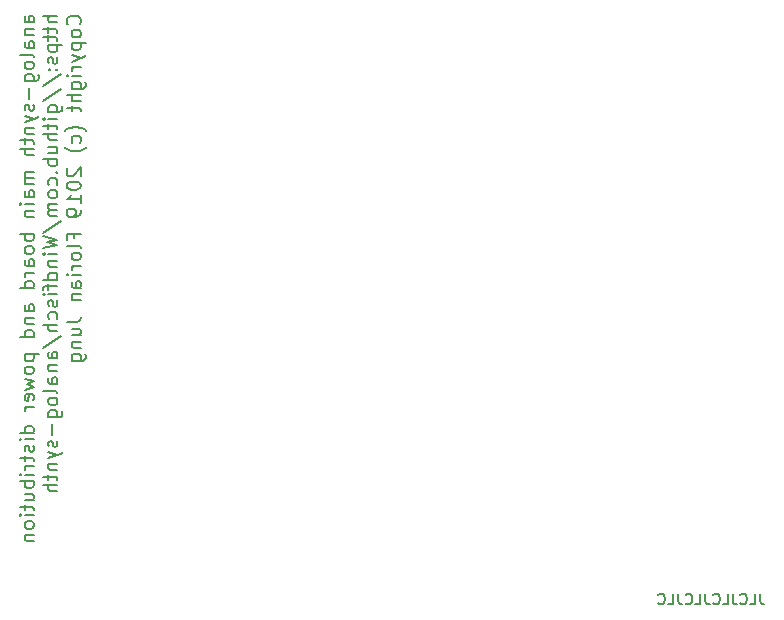
<source format=gbr>
G04 #@! TF.GenerationSoftware,KiCad,Pcbnew,5.1.4*
G04 #@! TF.CreationDate,2019-11-25T00:39:36+01:00*
G04 #@! TF.ProjectId,control_board_prototype,636f6e74-726f-46c5-9f62-6f6172645f70,rev?*
G04 #@! TF.SameCoordinates,Original*
G04 #@! TF.FileFunction,Legend,Bot*
G04 #@! TF.FilePolarity,Positive*
%FSLAX46Y46*%
G04 Gerber Fmt 4.6, Leading zero omitted, Abs format (unit mm)*
G04 Created by KiCad (PCBNEW 5.1.4) date 2019-11-25 00:39:36*
%MOMM*%
%LPD*%
G04 APERTURE LIST*
%ADD10C,0.160000*%
%ADD11C,0.190000*%
G04 APERTURE END LIST*
D10*
X260189142Y-82819142D02*
X260189142Y-83462000D01*
X260232000Y-83590571D01*
X260317714Y-83676285D01*
X260446285Y-83719142D01*
X260532000Y-83719142D01*
X259332000Y-83719142D02*
X259760571Y-83719142D01*
X259760571Y-82819142D01*
X258517714Y-83633428D02*
X258560571Y-83676285D01*
X258689142Y-83719142D01*
X258774857Y-83719142D01*
X258903428Y-83676285D01*
X258989142Y-83590571D01*
X259032000Y-83504857D01*
X259074857Y-83333428D01*
X259074857Y-83204857D01*
X259032000Y-83033428D01*
X258989142Y-82947714D01*
X258903428Y-82862000D01*
X258774857Y-82819142D01*
X258689142Y-82819142D01*
X258560571Y-82862000D01*
X258517714Y-82904857D01*
X257874857Y-82819142D02*
X257874857Y-83462000D01*
X257917714Y-83590571D01*
X258003428Y-83676285D01*
X258132000Y-83719142D01*
X258217714Y-83719142D01*
X257017714Y-83719142D02*
X257446285Y-83719142D01*
X257446285Y-82819142D01*
X256203428Y-83633428D02*
X256246285Y-83676285D01*
X256374857Y-83719142D01*
X256460571Y-83719142D01*
X256589142Y-83676285D01*
X256674857Y-83590571D01*
X256717714Y-83504857D01*
X256760571Y-83333428D01*
X256760571Y-83204857D01*
X256717714Y-83033428D01*
X256674857Y-82947714D01*
X256589142Y-82862000D01*
X256460571Y-82819142D01*
X256374857Y-82819142D01*
X256246285Y-82862000D01*
X256203428Y-82904857D01*
X255560571Y-82819142D02*
X255560571Y-83462000D01*
X255603428Y-83590571D01*
X255689142Y-83676285D01*
X255817714Y-83719142D01*
X255903428Y-83719142D01*
X254703428Y-83719142D02*
X255132000Y-83719142D01*
X255132000Y-82819142D01*
X253889142Y-83633428D02*
X253932000Y-83676285D01*
X254060571Y-83719142D01*
X254146285Y-83719142D01*
X254274857Y-83676285D01*
X254360571Y-83590571D01*
X254403428Y-83504857D01*
X254446285Y-83333428D01*
X254446285Y-83204857D01*
X254403428Y-83033428D01*
X254360571Y-82947714D01*
X254274857Y-82862000D01*
X254146285Y-82819142D01*
X254060571Y-82819142D01*
X253932000Y-82862000D01*
X253889142Y-82904857D01*
X253246285Y-82819142D02*
X253246285Y-83462000D01*
X253289142Y-83590571D01*
X253374857Y-83676285D01*
X253503428Y-83719142D01*
X253589142Y-83719142D01*
X252389142Y-83719142D02*
X252817714Y-83719142D01*
X252817714Y-82819142D01*
X251574857Y-83633428D02*
X251617714Y-83676285D01*
X251746285Y-83719142D01*
X251832000Y-83719142D01*
X251960571Y-83676285D01*
X252046285Y-83590571D01*
X252089142Y-83504857D01*
X252132000Y-83333428D01*
X252132000Y-83204857D01*
X252089142Y-83033428D01*
X252046285Y-82947714D01*
X251960571Y-82862000D01*
X251832000Y-82819142D01*
X251746285Y-82819142D01*
X251617714Y-82862000D01*
X251574857Y-82904857D01*
D11*
X198704857Y-34451500D02*
X198076285Y-34451500D01*
X197962000Y-34394357D01*
X197904857Y-34280071D01*
X197904857Y-34051500D01*
X197962000Y-33937214D01*
X198647714Y-34451500D02*
X198704857Y-34337214D01*
X198704857Y-34051500D01*
X198647714Y-33937214D01*
X198533428Y-33880071D01*
X198419142Y-33880071D01*
X198304857Y-33937214D01*
X198247714Y-34051500D01*
X198247714Y-34337214D01*
X198190571Y-34451500D01*
X197904857Y-35022928D02*
X198704857Y-35022928D01*
X198019142Y-35022928D02*
X197962000Y-35080071D01*
X197904857Y-35194357D01*
X197904857Y-35365785D01*
X197962000Y-35480071D01*
X198076285Y-35537214D01*
X198704857Y-35537214D01*
X198704857Y-36622928D02*
X198076285Y-36622928D01*
X197962000Y-36565785D01*
X197904857Y-36451500D01*
X197904857Y-36222928D01*
X197962000Y-36108642D01*
X198647714Y-36622928D02*
X198704857Y-36508642D01*
X198704857Y-36222928D01*
X198647714Y-36108642D01*
X198533428Y-36051500D01*
X198419142Y-36051500D01*
X198304857Y-36108642D01*
X198247714Y-36222928D01*
X198247714Y-36508642D01*
X198190571Y-36622928D01*
X198704857Y-37365785D02*
X198647714Y-37251500D01*
X198533428Y-37194357D01*
X197504857Y-37194357D01*
X198704857Y-37994357D02*
X198647714Y-37880071D01*
X198590571Y-37822928D01*
X198476285Y-37765785D01*
X198133428Y-37765785D01*
X198019142Y-37822928D01*
X197962000Y-37880071D01*
X197904857Y-37994357D01*
X197904857Y-38165785D01*
X197962000Y-38280071D01*
X198019142Y-38337214D01*
X198133428Y-38394357D01*
X198476285Y-38394357D01*
X198590571Y-38337214D01*
X198647714Y-38280071D01*
X198704857Y-38165785D01*
X198704857Y-37994357D01*
X197904857Y-39422928D02*
X198876285Y-39422928D01*
X198990571Y-39365785D01*
X199047714Y-39308642D01*
X199104857Y-39194357D01*
X199104857Y-39022928D01*
X199047714Y-38908642D01*
X198647714Y-39422928D02*
X198704857Y-39308642D01*
X198704857Y-39080071D01*
X198647714Y-38965785D01*
X198590571Y-38908642D01*
X198476285Y-38851499D01*
X198133428Y-38851499D01*
X198019142Y-38908642D01*
X197962000Y-38965785D01*
X197904857Y-39080071D01*
X197904857Y-39308642D01*
X197962000Y-39422928D01*
X198247714Y-39994357D02*
X198247714Y-40908642D01*
X198647714Y-41422928D02*
X198704857Y-41537214D01*
X198704857Y-41765785D01*
X198647714Y-41880071D01*
X198533428Y-41937214D01*
X198476285Y-41937214D01*
X198362000Y-41880071D01*
X198304857Y-41765785D01*
X198304857Y-41594357D01*
X198247714Y-41480071D01*
X198133428Y-41422928D01*
X198076285Y-41422928D01*
X197962000Y-41480071D01*
X197904857Y-41594357D01*
X197904857Y-41765785D01*
X197962000Y-41880071D01*
X197904857Y-42337214D02*
X198704857Y-42622928D01*
X197904857Y-42908642D02*
X198704857Y-42622928D01*
X198990571Y-42508642D01*
X199047714Y-42451499D01*
X199104857Y-42337214D01*
X197904857Y-43365785D02*
X198704857Y-43365785D01*
X198019142Y-43365785D02*
X197962000Y-43422928D01*
X197904857Y-43537214D01*
X197904857Y-43708642D01*
X197962000Y-43822928D01*
X198076285Y-43880071D01*
X198704857Y-43880071D01*
X197904857Y-44280071D02*
X197904857Y-44737214D01*
X197504857Y-44451499D02*
X198533428Y-44451499D01*
X198647714Y-44508642D01*
X198704857Y-44622928D01*
X198704857Y-44737214D01*
X198704857Y-45137214D02*
X197504857Y-45137214D01*
X198704857Y-45651499D02*
X198076285Y-45651499D01*
X197962000Y-45594357D01*
X197904857Y-45480071D01*
X197904857Y-45308642D01*
X197962000Y-45194357D01*
X198019142Y-45137214D01*
X198704857Y-47137214D02*
X197904857Y-47137214D01*
X198019142Y-47137214D02*
X197962000Y-47194357D01*
X197904857Y-47308642D01*
X197904857Y-47480071D01*
X197962000Y-47594357D01*
X198076285Y-47651499D01*
X198704857Y-47651499D01*
X198076285Y-47651499D02*
X197962000Y-47708642D01*
X197904857Y-47822928D01*
X197904857Y-47994357D01*
X197962000Y-48108642D01*
X198076285Y-48165785D01*
X198704857Y-48165785D01*
X198704857Y-49251499D02*
X198076285Y-49251499D01*
X197962000Y-49194357D01*
X197904857Y-49080071D01*
X197904857Y-48851499D01*
X197962000Y-48737214D01*
X198647714Y-49251499D02*
X198704857Y-49137214D01*
X198704857Y-48851499D01*
X198647714Y-48737214D01*
X198533428Y-48680071D01*
X198419142Y-48680071D01*
X198304857Y-48737214D01*
X198247714Y-48851499D01*
X198247714Y-49137214D01*
X198190571Y-49251499D01*
X198704857Y-49822928D02*
X197904857Y-49822928D01*
X197504857Y-49822928D02*
X197562000Y-49765785D01*
X197619142Y-49822928D01*
X197562000Y-49880071D01*
X197504857Y-49822928D01*
X197619142Y-49822928D01*
X197904857Y-50394357D02*
X198704857Y-50394357D01*
X198019142Y-50394357D02*
X197962000Y-50451499D01*
X197904857Y-50565785D01*
X197904857Y-50737214D01*
X197962000Y-50851499D01*
X198076285Y-50908642D01*
X198704857Y-50908642D01*
X198704857Y-52394357D02*
X197504857Y-52394357D01*
X197962000Y-52394357D02*
X197904857Y-52508642D01*
X197904857Y-52737214D01*
X197962000Y-52851499D01*
X198019142Y-52908642D01*
X198133428Y-52965785D01*
X198476285Y-52965785D01*
X198590571Y-52908642D01*
X198647714Y-52851499D01*
X198704857Y-52737214D01*
X198704857Y-52508642D01*
X198647714Y-52394357D01*
X198704857Y-53651499D02*
X198647714Y-53537214D01*
X198590571Y-53480071D01*
X198476285Y-53422928D01*
X198133428Y-53422928D01*
X198019142Y-53480071D01*
X197962000Y-53537214D01*
X197904857Y-53651499D01*
X197904857Y-53822928D01*
X197962000Y-53937214D01*
X198019142Y-53994357D01*
X198133428Y-54051499D01*
X198476285Y-54051499D01*
X198590571Y-53994357D01*
X198647714Y-53937214D01*
X198704857Y-53822928D01*
X198704857Y-53651499D01*
X198704857Y-55080071D02*
X198076285Y-55080071D01*
X197962000Y-55022928D01*
X197904857Y-54908642D01*
X197904857Y-54680071D01*
X197962000Y-54565785D01*
X198647714Y-55080071D02*
X198704857Y-54965785D01*
X198704857Y-54680071D01*
X198647714Y-54565785D01*
X198533428Y-54508642D01*
X198419142Y-54508642D01*
X198304857Y-54565785D01*
X198247714Y-54680071D01*
X198247714Y-54965785D01*
X198190571Y-55080071D01*
X198704857Y-55651500D02*
X197904857Y-55651500D01*
X198133428Y-55651500D02*
X198019142Y-55708642D01*
X197962000Y-55765785D01*
X197904857Y-55880071D01*
X197904857Y-55994357D01*
X198704857Y-56908642D02*
X197504857Y-56908642D01*
X198647714Y-56908642D02*
X198704857Y-56794357D01*
X198704857Y-56565785D01*
X198647714Y-56451499D01*
X198590571Y-56394357D01*
X198476285Y-56337214D01*
X198133428Y-56337214D01*
X198019142Y-56394357D01*
X197962000Y-56451499D01*
X197904857Y-56565785D01*
X197904857Y-56794357D01*
X197962000Y-56908642D01*
X198704857Y-58908642D02*
X198076285Y-58908642D01*
X197962000Y-58851499D01*
X197904857Y-58737214D01*
X197904857Y-58508642D01*
X197962000Y-58394357D01*
X198647714Y-58908642D02*
X198704857Y-58794357D01*
X198704857Y-58508642D01*
X198647714Y-58394357D01*
X198533428Y-58337214D01*
X198419142Y-58337214D01*
X198304857Y-58394357D01*
X198247714Y-58508642D01*
X198247714Y-58794357D01*
X198190571Y-58908642D01*
X197904857Y-59480071D02*
X198704857Y-59480071D01*
X198019142Y-59480071D02*
X197962000Y-59537214D01*
X197904857Y-59651500D01*
X197904857Y-59822928D01*
X197962000Y-59937214D01*
X198076285Y-59994357D01*
X198704857Y-59994357D01*
X198704857Y-61080071D02*
X197504857Y-61080071D01*
X198647714Y-61080071D02*
X198704857Y-60965785D01*
X198704857Y-60737214D01*
X198647714Y-60622928D01*
X198590571Y-60565785D01*
X198476285Y-60508642D01*
X198133428Y-60508642D01*
X198019142Y-60565785D01*
X197962000Y-60622928D01*
X197904857Y-60737214D01*
X197904857Y-60965785D01*
X197962000Y-61080071D01*
X197904857Y-62565785D02*
X199104857Y-62565785D01*
X197962000Y-62565785D02*
X197904857Y-62680071D01*
X197904857Y-62908642D01*
X197962000Y-63022928D01*
X198019142Y-63080071D01*
X198133428Y-63137214D01*
X198476285Y-63137214D01*
X198590571Y-63080071D01*
X198647714Y-63022928D01*
X198704857Y-62908642D01*
X198704857Y-62680071D01*
X198647714Y-62565785D01*
X198704857Y-63822928D02*
X198647714Y-63708642D01*
X198590571Y-63651500D01*
X198476285Y-63594357D01*
X198133428Y-63594357D01*
X198019142Y-63651500D01*
X197962000Y-63708642D01*
X197904857Y-63822928D01*
X197904857Y-63994357D01*
X197962000Y-64108642D01*
X198019142Y-64165785D01*
X198133428Y-64222928D01*
X198476285Y-64222928D01*
X198590571Y-64165785D01*
X198647714Y-64108642D01*
X198704857Y-63994357D01*
X198704857Y-63822928D01*
X197904857Y-64622928D02*
X198704857Y-64851500D01*
X198133428Y-65080071D01*
X198704857Y-65308642D01*
X197904857Y-65537214D01*
X198647714Y-66451500D02*
X198704857Y-66337214D01*
X198704857Y-66108642D01*
X198647714Y-65994357D01*
X198533428Y-65937214D01*
X198076285Y-65937214D01*
X197962000Y-65994357D01*
X197904857Y-66108642D01*
X197904857Y-66337214D01*
X197962000Y-66451500D01*
X198076285Y-66508642D01*
X198190571Y-66508642D01*
X198304857Y-65937214D01*
X198704857Y-67022928D02*
X197904857Y-67022928D01*
X198133428Y-67022928D02*
X198019142Y-67080071D01*
X197962000Y-67137214D01*
X197904857Y-67251500D01*
X197904857Y-67365785D01*
X198704857Y-69194357D02*
X197504857Y-69194357D01*
X198647714Y-69194357D02*
X198704857Y-69080071D01*
X198704857Y-68851500D01*
X198647714Y-68737214D01*
X198590571Y-68680071D01*
X198476285Y-68622928D01*
X198133428Y-68622928D01*
X198019142Y-68680071D01*
X197962000Y-68737214D01*
X197904857Y-68851500D01*
X197904857Y-69080071D01*
X197962000Y-69194357D01*
X198704857Y-69765785D02*
X197904857Y-69765785D01*
X197504857Y-69765785D02*
X197562000Y-69708642D01*
X197619142Y-69765785D01*
X197562000Y-69822928D01*
X197504857Y-69765785D01*
X197619142Y-69765785D01*
X198647714Y-70280071D02*
X198704857Y-70394357D01*
X198704857Y-70622928D01*
X198647714Y-70737214D01*
X198533428Y-70794357D01*
X198476285Y-70794357D01*
X198362000Y-70737214D01*
X198304857Y-70622928D01*
X198304857Y-70451500D01*
X198247714Y-70337214D01*
X198133428Y-70280071D01*
X198076285Y-70280071D01*
X197962000Y-70337214D01*
X197904857Y-70451500D01*
X197904857Y-70622928D01*
X197962000Y-70737214D01*
X197904857Y-71137214D02*
X197904857Y-71594357D01*
X197504857Y-71308642D02*
X198533428Y-71308642D01*
X198647714Y-71365785D01*
X198704857Y-71480071D01*
X198704857Y-71594357D01*
X198704857Y-71994357D02*
X197904857Y-71994357D01*
X198133428Y-71994357D02*
X198019142Y-72051500D01*
X197962000Y-72108642D01*
X197904857Y-72222928D01*
X197904857Y-72337214D01*
X198704857Y-72737214D02*
X197904857Y-72737214D01*
X197504857Y-72737214D02*
X197562000Y-72680071D01*
X197619142Y-72737214D01*
X197562000Y-72794357D01*
X197504857Y-72737214D01*
X197619142Y-72737214D01*
X198704857Y-73308642D02*
X197504857Y-73308642D01*
X197962000Y-73308642D02*
X197904857Y-73422928D01*
X197904857Y-73651500D01*
X197962000Y-73765785D01*
X198019142Y-73822928D01*
X198133428Y-73880071D01*
X198476285Y-73880071D01*
X198590571Y-73822928D01*
X198647714Y-73765785D01*
X198704857Y-73651500D01*
X198704857Y-73422928D01*
X198647714Y-73308642D01*
X197904857Y-74908642D02*
X198704857Y-74908642D01*
X197904857Y-74394357D02*
X198533428Y-74394357D01*
X198647714Y-74451500D01*
X198704857Y-74565785D01*
X198704857Y-74737214D01*
X198647714Y-74851500D01*
X198590571Y-74908642D01*
X197904857Y-75308642D02*
X197904857Y-75765785D01*
X197504857Y-75480071D02*
X198533428Y-75480071D01*
X198647714Y-75537214D01*
X198704857Y-75651500D01*
X198704857Y-75765785D01*
X198704857Y-76165785D02*
X197904857Y-76165785D01*
X197504857Y-76165785D02*
X197562000Y-76108642D01*
X197619142Y-76165785D01*
X197562000Y-76222928D01*
X197504857Y-76165785D01*
X197619142Y-76165785D01*
X198704857Y-76908642D02*
X198647714Y-76794357D01*
X198590571Y-76737214D01*
X198476285Y-76680071D01*
X198133428Y-76680071D01*
X198019142Y-76737214D01*
X197962000Y-76794357D01*
X197904857Y-76908642D01*
X197904857Y-77080071D01*
X197962000Y-77194357D01*
X198019142Y-77251500D01*
X198133428Y-77308642D01*
X198476285Y-77308642D01*
X198590571Y-77251500D01*
X198647714Y-77194357D01*
X198704857Y-77080071D01*
X198704857Y-76908642D01*
X197904857Y-77822928D02*
X198704857Y-77822928D01*
X198019142Y-77822928D02*
X197962000Y-77880071D01*
X197904857Y-77994357D01*
X197904857Y-78165785D01*
X197962000Y-78280071D01*
X198076285Y-78337214D01*
X198704857Y-78337214D01*
X200694857Y-33937214D02*
X199494857Y-33937214D01*
X200694857Y-34451500D02*
X200066285Y-34451500D01*
X199952000Y-34394357D01*
X199894857Y-34280071D01*
X199894857Y-34108642D01*
X199952000Y-33994357D01*
X200009142Y-33937214D01*
X199894857Y-34851500D02*
X199894857Y-35308642D01*
X199494857Y-35022928D02*
X200523428Y-35022928D01*
X200637714Y-35080071D01*
X200694857Y-35194357D01*
X200694857Y-35308642D01*
X199894857Y-35537214D02*
X199894857Y-35994357D01*
X199494857Y-35708642D02*
X200523428Y-35708642D01*
X200637714Y-35765785D01*
X200694857Y-35880071D01*
X200694857Y-35994357D01*
X199894857Y-36394357D02*
X201094857Y-36394357D01*
X199952000Y-36394357D02*
X199894857Y-36508642D01*
X199894857Y-36737214D01*
X199952000Y-36851499D01*
X200009142Y-36908642D01*
X200123428Y-36965785D01*
X200466285Y-36965785D01*
X200580571Y-36908642D01*
X200637714Y-36851499D01*
X200694857Y-36737214D01*
X200694857Y-36508642D01*
X200637714Y-36394357D01*
X200637714Y-37422928D02*
X200694857Y-37537214D01*
X200694857Y-37765785D01*
X200637714Y-37880071D01*
X200523428Y-37937214D01*
X200466285Y-37937214D01*
X200352000Y-37880071D01*
X200294857Y-37765785D01*
X200294857Y-37594357D01*
X200237714Y-37480071D01*
X200123428Y-37422928D01*
X200066285Y-37422928D01*
X199952000Y-37480071D01*
X199894857Y-37594357D01*
X199894857Y-37765785D01*
X199952000Y-37880071D01*
X200580571Y-38451499D02*
X200637714Y-38508642D01*
X200694857Y-38451499D01*
X200637714Y-38394357D01*
X200580571Y-38451499D01*
X200694857Y-38451499D01*
X199952000Y-38451499D02*
X200009142Y-38508642D01*
X200066285Y-38451499D01*
X200009142Y-38394357D01*
X199952000Y-38451499D01*
X200066285Y-38451499D01*
X199437714Y-39880071D02*
X200980571Y-38851500D01*
X199437714Y-41137214D02*
X200980571Y-40108642D01*
X199894857Y-42051500D02*
X200866285Y-42051500D01*
X200980571Y-41994357D01*
X201037714Y-41937214D01*
X201094857Y-41822928D01*
X201094857Y-41651500D01*
X201037714Y-41537214D01*
X200637714Y-42051500D02*
X200694857Y-41937214D01*
X200694857Y-41708642D01*
X200637714Y-41594357D01*
X200580571Y-41537214D01*
X200466285Y-41480071D01*
X200123428Y-41480071D01*
X200009142Y-41537214D01*
X199952000Y-41594357D01*
X199894857Y-41708642D01*
X199894857Y-41937214D01*
X199952000Y-42051500D01*
X200694857Y-42622928D02*
X199894857Y-42622928D01*
X199494857Y-42622928D02*
X199552000Y-42565785D01*
X199609142Y-42622928D01*
X199552000Y-42680071D01*
X199494857Y-42622928D01*
X199609142Y-42622928D01*
X199894857Y-43022928D02*
X199894857Y-43480071D01*
X199494857Y-43194357D02*
X200523428Y-43194357D01*
X200637714Y-43251500D01*
X200694857Y-43365785D01*
X200694857Y-43480071D01*
X200694857Y-43880071D02*
X199494857Y-43880071D01*
X200694857Y-44394357D02*
X200066285Y-44394357D01*
X199952000Y-44337214D01*
X199894857Y-44222928D01*
X199894857Y-44051500D01*
X199952000Y-43937214D01*
X200009142Y-43880071D01*
X199894857Y-45480071D02*
X200694857Y-45480071D01*
X199894857Y-44965785D02*
X200523428Y-44965785D01*
X200637714Y-45022928D01*
X200694857Y-45137214D01*
X200694857Y-45308642D01*
X200637714Y-45422928D01*
X200580571Y-45480071D01*
X200694857Y-46051500D02*
X199494857Y-46051500D01*
X199952000Y-46051500D02*
X199894857Y-46165785D01*
X199894857Y-46394357D01*
X199952000Y-46508642D01*
X200009142Y-46565785D01*
X200123428Y-46622928D01*
X200466285Y-46622928D01*
X200580571Y-46565785D01*
X200637714Y-46508642D01*
X200694857Y-46394357D01*
X200694857Y-46165785D01*
X200637714Y-46051500D01*
X200580571Y-47137214D02*
X200637714Y-47194357D01*
X200694857Y-47137214D01*
X200637714Y-47080071D01*
X200580571Y-47137214D01*
X200694857Y-47137214D01*
X200637714Y-48222928D02*
X200694857Y-48108642D01*
X200694857Y-47880071D01*
X200637714Y-47765785D01*
X200580571Y-47708642D01*
X200466285Y-47651500D01*
X200123428Y-47651500D01*
X200009142Y-47708642D01*
X199952000Y-47765785D01*
X199894857Y-47880071D01*
X199894857Y-48108642D01*
X199952000Y-48222928D01*
X200694857Y-48908642D02*
X200637714Y-48794357D01*
X200580571Y-48737214D01*
X200466285Y-48680071D01*
X200123428Y-48680071D01*
X200009142Y-48737214D01*
X199952000Y-48794357D01*
X199894857Y-48908642D01*
X199894857Y-49080071D01*
X199952000Y-49194357D01*
X200009142Y-49251500D01*
X200123428Y-49308642D01*
X200466285Y-49308642D01*
X200580571Y-49251500D01*
X200637714Y-49194357D01*
X200694857Y-49080071D01*
X200694857Y-48908642D01*
X200694857Y-49822928D02*
X199894857Y-49822928D01*
X200009142Y-49822928D02*
X199952000Y-49880071D01*
X199894857Y-49994357D01*
X199894857Y-50165785D01*
X199952000Y-50280071D01*
X200066285Y-50337214D01*
X200694857Y-50337214D01*
X200066285Y-50337214D02*
X199952000Y-50394357D01*
X199894857Y-50508642D01*
X199894857Y-50680071D01*
X199952000Y-50794357D01*
X200066285Y-50851500D01*
X200694857Y-50851500D01*
X199437714Y-52280071D02*
X200980571Y-51251500D01*
X199494857Y-52565785D02*
X200694857Y-52851500D01*
X199837714Y-53080071D01*
X200694857Y-53308642D01*
X199494857Y-53594357D01*
X200694857Y-54051500D02*
X199894857Y-54051500D01*
X199494857Y-54051500D02*
X199552000Y-53994357D01*
X199609142Y-54051500D01*
X199552000Y-54108642D01*
X199494857Y-54051500D01*
X199609142Y-54051500D01*
X199894857Y-54622928D02*
X200694857Y-54622928D01*
X200009142Y-54622928D02*
X199952000Y-54680071D01*
X199894857Y-54794357D01*
X199894857Y-54965785D01*
X199952000Y-55080071D01*
X200066285Y-55137214D01*
X200694857Y-55137214D01*
X200694857Y-56222928D02*
X199494857Y-56222928D01*
X200637714Y-56222928D02*
X200694857Y-56108642D01*
X200694857Y-55880071D01*
X200637714Y-55765785D01*
X200580571Y-55708642D01*
X200466285Y-55651500D01*
X200123428Y-55651500D01*
X200009142Y-55708642D01*
X199952000Y-55765785D01*
X199894857Y-55880071D01*
X199894857Y-56108642D01*
X199952000Y-56222928D01*
X199894857Y-56622928D02*
X199894857Y-57080071D01*
X200694857Y-56794357D02*
X199666285Y-56794357D01*
X199552000Y-56851500D01*
X199494857Y-56965785D01*
X199494857Y-57080071D01*
X200694857Y-57480071D02*
X199894857Y-57480071D01*
X199494857Y-57480071D02*
X199552000Y-57422928D01*
X199609142Y-57480071D01*
X199552000Y-57537214D01*
X199494857Y-57480071D01*
X199609142Y-57480071D01*
X200637714Y-57994357D02*
X200694857Y-58108642D01*
X200694857Y-58337214D01*
X200637714Y-58451500D01*
X200523428Y-58508642D01*
X200466285Y-58508642D01*
X200352000Y-58451500D01*
X200294857Y-58337214D01*
X200294857Y-58165785D01*
X200237714Y-58051500D01*
X200123428Y-57994357D01*
X200066285Y-57994357D01*
X199952000Y-58051500D01*
X199894857Y-58165785D01*
X199894857Y-58337214D01*
X199952000Y-58451500D01*
X200637714Y-59537214D02*
X200694857Y-59422928D01*
X200694857Y-59194357D01*
X200637714Y-59080071D01*
X200580571Y-59022928D01*
X200466285Y-58965785D01*
X200123428Y-58965785D01*
X200009142Y-59022928D01*
X199952000Y-59080071D01*
X199894857Y-59194357D01*
X199894857Y-59422928D01*
X199952000Y-59537214D01*
X200694857Y-60051500D02*
X199494857Y-60051500D01*
X200694857Y-60565785D02*
X200066285Y-60565785D01*
X199952000Y-60508642D01*
X199894857Y-60394357D01*
X199894857Y-60222928D01*
X199952000Y-60108642D01*
X200009142Y-60051500D01*
X199437714Y-61994357D02*
X200980571Y-60965785D01*
X200694857Y-62908642D02*
X200066285Y-62908642D01*
X199952000Y-62851500D01*
X199894857Y-62737214D01*
X199894857Y-62508642D01*
X199952000Y-62394357D01*
X200637714Y-62908642D02*
X200694857Y-62794357D01*
X200694857Y-62508642D01*
X200637714Y-62394357D01*
X200523428Y-62337214D01*
X200409142Y-62337214D01*
X200294857Y-62394357D01*
X200237714Y-62508642D01*
X200237714Y-62794357D01*
X200180571Y-62908642D01*
X199894857Y-63480071D02*
X200694857Y-63480071D01*
X200009142Y-63480071D02*
X199952000Y-63537214D01*
X199894857Y-63651500D01*
X199894857Y-63822928D01*
X199952000Y-63937214D01*
X200066285Y-63994357D01*
X200694857Y-63994357D01*
X200694857Y-65080071D02*
X200066285Y-65080071D01*
X199952000Y-65022928D01*
X199894857Y-64908642D01*
X199894857Y-64680071D01*
X199952000Y-64565785D01*
X200637714Y-65080071D02*
X200694857Y-64965785D01*
X200694857Y-64680071D01*
X200637714Y-64565785D01*
X200523428Y-64508642D01*
X200409142Y-64508642D01*
X200294857Y-64565785D01*
X200237714Y-64680071D01*
X200237714Y-64965785D01*
X200180571Y-65080071D01*
X200694857Y-65822928D02*
X200637714Y-65708642D01*
X200523428Y-65651500D01*
X199494857Y-65651500D01*
X200694857Y-66451500D02*
X200637714Y-66337214D01*
X200580571Y-66280071D01*
X200466285Y-66222928D01*
X200123428Y-66222928D01*
X200009142Y-66280071D01*
X199952000Y-66337214D01*
X199894857Y-66451500D01*
X199894857Y-66622928D01*
X199952000Y-66737214D01*
X200009142Y-66794357D01*
X200123428Y-66851500D01*
X200466285Y-66851500D01*
X200580571Y-66794357D01*
X200637714Y-66737214D01*
X200694857Y-66622928D01*
X200694857Y-66451500D01*
X199894857Y-67880071D02*
X200866285Y-67880071D01*
X200980571Y-67822928D01*
X201037714Y-67765785D01*
X201094857Y-67651500D01*
X201094857Y-67480071D01*
X201037714Y-67365785D01*
X200637714Y-67880071D02*
X200694857Y-67765785D01*
X200694857Y-67537214D01*
X200637714Y-67422928D01*
X200580571Y-67365785D01*
X200466285Y-67308642D01*
X200123428Y-67308642D01*
X200009142Y-67365785D01*
X199952000Y-67422928D01*
X199894857Y-67537214D01*
X199894857Y-67765785D01*
X199952000Y-67880071D01*
X200237714Y-68451500D02*
X200237714Y-69365785D01*
X200637714Y-69880071D02*
X200694857Y-69994357D01*
X200694857Y-70222928D01*
X200637714Y-70337214D01*
X200523428Y-70394357D01*
X200466285Y-70394357D01*
X200352000Y-70337214D01*
X200294857Y-70222928D01*
X200294857Y-70051500D01*
X200237714Y-69937214D01*
X200123428Y-69880071D01*
X200066285Y-69880071D01*
X199952000Y-69937214D01*
X199894857Y-70051500D01*
X199894857Y-70222928D01*
X199952000Y-70337214D01*
X199894857Y-70794357D02*
X200694857Y-71080071D01*
X199894857Y-71365785D02*
X200694857Y-71080071D01*
X200980571Y-70965785D01*
X201037714Y-70908642D01*
X201094857Y-70794357D01*
X199894857Y-71822928D02*
X200694857Y-71822928D01*
X200009142Y-71822928D02*
X199952000Y-71880071D01*
X199894857Y-71994357D01*
X199894857Y-72165785D01*
X199952000Y-72280071D01*
X200066285Y-72337214D01*
X200694857Y-72337214D01*
X199894857Y-72737214D02*
X199894857Y-73194357D01*
X199494857Y-72908642D02*
X200523428Y-72908642D01*
X200637714Y-72965785D01*
X200694857Y-73080071D01*
X200694857Y-73194357D01*
X200694857Y-73594357D02*
X199494857Y-73594357D01*
X200694857Y-74108642D02*
X200066285Y-74108642D01*
X199952000Y-74051500D01*
X199894857Y-73937214D01*
X199894857Y-73765785D01*
X199952000Y-73651500D01*
X200009142Y-73594357D01*
X202570571Y-34622928D02*
X202627714Y-34565785D01*
X202684857Y-34394357D01*
X202684857Y-34280071D01*
X202627714Y-34108642D01*
X202513428Y-33994357D01*
X202399142Y-33937214D01*
X202170571Y-33880071D01*
X201999142Y-33880071D01*
X201770571Y-33937214D01*
X201656285Y-33994357D01*
X201542000Y-34108642D01*
X201484857Y-34280071D01*
X201484857Y-34394357D01*
X201542000Y-34565785D01*
X201599142Y-34622928D01*
X202684857Y-35308642D02*
X202627714Y-35194357D01*
X202570571Y-35137214D01*
X202456285Y-35080071D01*
X202113428Y-35080071D01*
X201999142Y-35137214D01*
X201942000Y-35194357D01*
X201884857Y-35308642D01*
X201884857Y-35480071D01*
X201942000Y-35594357D01*
X201999142Y-35651500D01*
X202113428Y-35708642D01*
X202456285Y-35708642D01*
X202570571Y-35651500D01*
X202627714Y-35594357D01*
X202684857Y-35480071D01*
X202684857Y-35308642D01*
X201884857Y-36222928D02*
X203084857Y-36222928D01*
X201942000Y-36222928D02*
X201884857Y-36337214D01*
X201884857Y-36565785D01*
X201942000Y-36680071D01*
X201999142Y-36737214D01*
X202113428Y-36794357D01*
X202456285Y-36794357D01*
X202570571Y-36737214D01*
X202627714Y-36680071D01*
X202684857Y-36565785D01*
X202684857Y-36337214D01*
X202627714Y-36222928D01*
X201884857Y-37194357D02*
X202684857Y-37480071D01*
X201884857Y-37765785D02*
X202684857Y-37480071D01*
X202970571Y-37365785D01*
X203027714Y-37308642D01*
X203084857Y-37194357D01*
X202684857Y-38222928D02*
X201884857Y-38222928D01*
X202113428Y-38222928D02*
X201999142Y-38280071D01*
X201942000Y-38337214D01*
X201884857Y-38451500D01*
X201884857Y-38565785D01*
X202684857Y-38965785D02*
X201884857Y-38965785D01*
X201484857Y-38965785D02*
X201542000Y-38908642D01*
X201599142Y-38965785D01*
X201542000Y-39022928D01*
X201484857Y-38965785D01*
X201599142Y-38965785D01*
X201884857Y-40051500D02*
X202856285Y-40051500D01*
X202970571Y-39994357D01*
X203027714Y-39937214D01*
X203084857Y-39822928D01*
X203084857Y-39651500D01*
X203027714Y-39537214D01*
X202627714Y-40051500D02*
X202684857Y-39937214D01*
X202684857Y-39708642D01*
X202627714Y-39594357D01*
X202570571Y-39537214D01*
X202456285Y-39480071D01*
X202113428Y-39480071D01*
X201999142Y-39537214D01*
X201942000Y-39594357D01*
X201884857Y-39708642D01*
X201884857Y-39937214D01*
X201942000Y-40051500D01*
X202684857Y-40622928D02*
X201484857Y-40622928D01*
X202684857Y-41137214D02*
X202056285Y-41137214D01*
X201942000Y-41080071D01*
X201884857Y-40965785D01*
X201884857Y-40794357D01*
X201942000Y-40680071D01*
X201999142Y-40622928D01*
X201884857Y-41537214D02*
X201884857Y-41994357D01*
X201484857Y-41708642D02*
X202513428Y-41708642D01*
X202627714Y-41765785D01*
X202684857Y-41880071D01*
X202684857Y-41994357D01*
X203142000Y-43651500D02*
X203084857Y-43594357D01*
X202913428Y-43480071D01*
X202799142Y-43422928D01*
X202627714Y-43365785D01*
X202342000Y-43308642D01*
X202113428Y-43308642D01*
X201827714Y-43365785D01*
X201656285Y-43422928D01*
X201542000Y-43480071D01*
X201370571Y-43594357D01*
X201313428Y-43651500D01*
X202627714Y-44622928D02*
X202684857Y-44508642D01*
X202684857Y-44280071D01*
X202627714Y-44165785D01*
X202570571Y-44108642D01*
X202456285Y-44051500D01*
X202113428Y-44051500D01*
X201999142Y-44108642D01*
X201942000Y-44165785D01*
X201884857Y-44280071D01*
X201884857Y-44508642D01*
X201942000Y-44622928D01*
X203142000Y-45022928D02*
X203084857Y-45080071D01*
X202913428Y-45194357D01*
X202799142Y-45251500D01*
X202627714Y-45308642D01*
X202342000Y-45365785D01*
X202113428Y-45365785D01*
X201827714Y-45308642D01*
X201656285Y-45251500D01*
X201542000Y-45194357D01*
X201370571Y-45080071D01*
X201313428Y-45022928D01*
X201599142Y-46794357D02*
X201542000Y-46851500D01*
X201484857Y-46965785D01*
X201484857Y-47251500D01*
X201542000Y-47365785D01*
X201599142Y-47422928D01*
X201713428Y-47480071D01*
X201827714Y-47480071D01*
X201999142Y-47422928D01*
X202684857Y-46737214D01*
X202684857Y-47480071D01*
X201484857Y-48222928D02*
X201484857Y-48337214D01*
X201542000Y-48451500D01*
X201599142Y-48508642D01*
X201713428Y-48565785D01*
X201942000Y-48622928D01*
X202227714Y-48622928D01*
X202456285Y-48565785D01*
X202570571Y-48508642D01*
X202627714Y-48451500D01*
X202684857Y-48337214D01*
X202684857Y-48222928D01*
X202627714Y-48108642D01*
X202570571Y-48051500D01*
X202456285Y-47994357D01*
X202227714Y-47937214D01*
X201942000Y-47937214D01*
X201713428Y-47994357D01*
X201599142Y-48051500D01*
X201542000Y-48108642D01*
X201484857Y-48222928D01*
X202684857Y-49765785D02*
X202684857Y-49080071D01*
X202684857Y-49422928D02*
X201484857Y-49422928D01*
X201656285Y-49308642D01*
X201770571Y-49194357D01*
X201827714Y-49080071D01*
X202684857Y-50337214D02*
X202684857Y-50565785D01*
X202627714Y-50680071D01*
X202570571Y-50737214D01*
X202399142Y-50851500D01*
X202170571Y-50908642D01*
X201713428Y-50908642D01*
X201599142Y-50851500D01*
X201542000Y-50794357D01*
X201484857Y-50680071D01*
X201484857Y-50451500D01*
X201542000Y-50337214D01*
X201599142Y-50280071D01*
X201713428Y-50222928D01*
X201999142Y-50222928D01*
X202113428Y-50280071D01*
X202170571Y-50337214D01*
X202227714Y-50451500D01*
X202227714Y-50680071D01*
X202170571Y-50794357D01*
X202113428Y-50851500D01*
X201999142Y-50908642D01*
X202056285Y-52737214D02*
X202056285Y-52337214D01*
X202684857Y-52337214D02*
X201484857Y-52337214D01*
X201484857Y-52908642D01*
X202684857Y-53537214D02*
X202627714Y-53422928D01*
X202513428Y-53365785D01*
X201484857Y-53365785D01*
X202684857Y-54165785D02*
X202627714Y-54051500D01*
X202570571Y-53994357D01*
X202456285Y-53937214D01*
X202113428Y-53937214D01*
X201999142Y-53994357D01*
X201942000Y-54051500D01*
X201884857Y-54165785D01*
X201884857Y-54337214D01*
X201942000Y-54451500D01*
X201999142Y-54508642D01*
X202113428Y-54565785D01*
X202456285Y-54565785D01*
X202570571Y-54508642D01*
X202627714Y-54451500D01*
X202684857Y-54337214D01*
X202684857Y-54165785D01*
X202684857Y-55080071D02*
X201884857Y-55080071D01*
X202113428Y-55080071D02*
X201999142Y-55137214D01*
X201942000Y-55194357D01*
X201884857Y-55308642D01*
X201884857Y-55422928D01*
X202684857Y-55822928D02*
X201884857Y-55822928D01*
X201484857Y-55822928D02*
X201542000Y-55765785D01*
X201599142Y-55822928D01*
X201542000Y-55880071D01*
X201484857Y-55822928D01*
X201599142Y-55822928D01*
X202684857Y-56908642D02*
X202056285Y-56908642D01*
X201942000Y-56851500D01*
X201884857Y-56737214D01*
X201884857Y-56508642D01*
X201942000Y-56394357D01*
X202627714Y-56908642D02*
X202684857Y-56794357D01*
X202684857Y-56508642D01*
X202627714Y-56394357D01*
X202513428Y-56337214D01*
X202399142Y-56337214D01*
X202284857Y-56394357D01*
X202227714Y-56508642D01*
X202227714Y-56794357D01*
X202170571Y-56908642D01*
X201884857Y-57480071D02*
X202684857Y-57480071D01*
X201999142Y-57480071D02*
X201942000Y-57537214D01*
X201884857Y-57651500D01*
X201884857Y-57822928D01*
X201942000Y-57937214D01*
X202056285Y-57994357D01*
X202684857Y-57994357D01*
X201484857Y-59822928D02*
X202342000Y-59822928D01*
X202513428Y-59765785D01*
X202627714Y-59651500D01*
X202684857Y-59480071D01*
X202684857Y-59365785D01*
X201884857Y-60908642D02*
X202684857Y-60908642D01*
X201884857Y-60394357D02*
X202513428Y-60394357D01*
X202627714Y-60451500D01*
X202684857Y-60565785D01*
X202684857Y-60737214D01*
X202627714Y-60851500D01*
X202570571Y-60908642D01*
X201884857Y-61480071D02*
X202684857Y-61480071D01*
X201999142Y-61480071D02*
X201942000Y-61537214D01*
X201884857Y-61651500D01*
X201884857Y-61822928D01*
X201942000Y-61937214D01*
X202056285Y-61994357D01*
X202684857Y-61994357D01*
X201884857Y-63080071D02*
X202856285Y-63080071D01*
X202970571Y-63022928D01*
X203027714Y-62965785D01*
X203084857Y-62851500D01*
X203084857Y-62680071D01*
X203027714Y-62565785D01*
X202627714Y-63080071D02*
X202684857Y-62965785D01*
X202684857Y-62737214D01*
X202627714Y-62622928D01*
X202570571Y-62565785D01*
X202456285Y-62508642D01*
X202113428Y-62508642D01*
X201999142Y-62565785D01*
X201942000Y-62622928D01*
X201884857Y-62737214D01*
X201884857Y-62965785D01*
X201942000Y-63080071D01*
M02*

</source>
